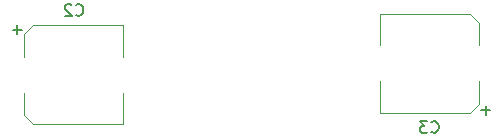
<source format=gbo>
G04 #@! TF.GenerationSoftware,KiCad,Pcbnew,(5.0.0-rc2-dev-691-g31b026c)*
G04 #@! TF.CreationDate,2018-05-13T20:35:11+02:00*
G04 #@! TF.ProjectId,backplane,6261636B706C616E652E6B696361645F,v1.6*
G04 #@! TF.SameCoordinates,Original*
G04 #@! TF.FileFunction,Legend,Bot*
G04 #@! TF.FilePolarity,Positive*
%FSLAX46Y46*%
G04 Gerber Fmt 4.6, Leading zero omitted, Abs format (unit mm)*
G04 Created by KiCad (PCBNEW (5.0.0-rc2-dev-691-g31b026c)) date Sunday, 13. May 2018, 20:35:11*
%MOMM*%
%LPD*%
G01*
G04 APERTURE LIST*
%ADD10C,0.120000*%
%ADD11C,0.150000*%
G04 APERTURE END LIST*
D10*
X63520000Y-113190000D02*
X71140000Y-113190000D01*
X62760000Y-112430000D02*
X63520000Y-113190000D01*
X63520000Y-104810000D02*
X62760000Y-105570000D01*
X71140000Y-104810000D02*
X63520000Y-104810000D01*
X62760000Y-105570000D02*
X62760000Y-107490000D01*
X62760000Y-112430000D02*
X62760000Y-110510000D01*
X71140000Y-113190000D02*
X71140000Y-110510000D01*
X71140000Y-104810000D02*
X71140000Y-107490000D01*
X92860000Y-112190000D02*
X92860000Y-109510000D01*
X92860000Y-103810000D02*
X92860000Y-106490000D01*
X101240000Y-104570000D02*
X101240000Y-106490000D01*
X101240000Y-111430000D02*
X101240000Y-109510000D01*
X92860000Y-112190000D02*
X100480000Y-112190000D01*
X100480000Y-112190000D02*
X101240000Y-111430000D01*
X101240000Y-104570000D02*
X100480000Y-103810000D01*
X100480000Y-103810000D02*
X92860000Y-103810000D01*
D11*
X67116666Y-103907142D02*
X67164285Y-103954761D01*
X67307142Y-104002380D01*
X67402380Y-104002380D01*
X67545238Y-103954761D01*
X67640476Y-103859523D01*
X67688095Y-103764285D01*
X67735714Y-103573809D01*
X67735714Y-103430952D01*
X67688095Y-103240476D01*
X67640476Y-103145238D01*
X67545238Y-103050000D01*
X67402380Y-103002380D01*
X67307142Y-103002380D01*
X67164285Y-103050000D01*
X67116666Y-103097619D01*
X66735714Y-103097619D02*
X66688095Y-103050000D01*
X66592857Y-103002380D01*
X66354761Y-103002380D01*
X66259523Y-103050000D01*
X66211904Y-103097619D01*
X66164285Y-103192857D01*
X66164285Y-103288095D01*
X66211904Y-103430952D01*
X66783333Y-104002380D01*
X66164285Y-104002380D01*
X62550952Y-105171428D02*
X61789047Y-105171428D01*
X62170000Y-105552380D02*
X62170000Y-104790476D01*
X97216666Y-113807142D02*
X97264285Y-113854761D01*
X97407142Y-113902380D01*
X97502380Y-113902380D01*
X97645238Y-113854761D01*
X97740476Y-113759523D01*
X97788095Y-113664285D01*
X97835714Y-113473809D01*
X97835714Y-113330952D01*
X97788095Y-113140476D01*
X97740476Y-113045238D01*
X97645238Y-112950000D01*
X97502380Y-112902380D01*
X97407142Y-112902380D01*
X97264285Y-112950000D01*
X97216666Y-112997619D01*
X96883333Y-112902380D02*
X96264285Y-112902380D01*
X96597619Y-113283333D01*
X96454761Y-113283333D01*
X96359523Y-113330952D01*
X96311904Y-113378571D01*
X96264285Y-113473809D01*
X96264285Y-113711904D01*
X96311904Y-113807142D01*
X96359523Y-113854761D01*
X96454761Y-113902380D01*
X96740476Y-113902380D01*
X96835714Y-113854761D01*
X96883333Y-113807142D01*
X102210952Y-111971428D02*
X101449047Y-111971428D01*
X101830000Y-112352380D02*
X101830000Y-111590476D01*
M02*

</source>
